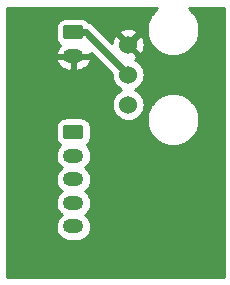
<source format=gbr>
%TF.GenerationSoftware,KiCad,Pcbnew,(6.0.1)*%
%TF.CreationDate,2022-07-01T15:08:56-07:00*%
%TF.ProjectId,mu100-dit,6d753130-302d-4646-9974-2e6b69636164,rev?*%
%TF.SameCoordinates,Original*%
%TF.FileFunction,Copper,L2,Bot*%
%TF.FilePolarity,Positive*%
%FSLAX46Y46*%
G04 Gerber Fmt 4.6, Leading zero omitted, Abs format (unit mm)*
G04 Created by KiCad (PCBNEW (6.0.1)) date 2022-07-01 15:08:56*
%MOMM*%
%LPD*%
G01*
G04 APERTURE LIST*
G04 Aperture macros list*
%AMRoundRect*
0 Rectangle with rounded corners*
0 $1 Rounding radius*
0 $2 $3 $4 $5 $6 $7 $8 $9 X,Y pos of 4 corners*
0 Add a 4 corners polygon primitive as box body*
4,1,4,$2,$3,$4,$5,$6,$7,$8,$9,$2,$3,0*
0 Add four circle primitives for the rounded corners*
1,1,$1+$1,$2,$3*
1,1,$1+$1,$4,$5*
1,1,$1+$1,$6,$7*
1,1,$1+$1,$8,$9*
0 Add four rect primitives between the rounded corners*
20,1,$1+$1,$2,$3,$4,$5,0*
20,1,$1+$1,$4,$5,$6,$7,0*
20,1,$1+$1,$6,$7,$8,$9,0*
20,1,$1+$1,$8,$9,$2,$3,0*%
G04 Aperture macros list end*
%TA.AperFunction,ComponentPad*%
%ADD10C,1.524000*%
%TD*%
%TA.AperFunction,ComponentPad*%
%ADD11RoundRect,0.250000X-0.625000X0.350000X-0.625000X-0.350000X0.625000X-0.350000X0.625000X0.350000X0*%
%TD*%
%TA.AperFunction,ComponentPad*%
%ADD12O,1.750000X1.200000*%
%TD*%
%TA.AperFunction,ViaPad*%
%ADD13C,0.800000*%
%TD*%
%TA.AperFunction,Conductor*%
%ADD14C,0.600000*%
%TD*%
%TA.AperFunction,Conductor*%
%ADD15C,0.254000*%
%TD*%
G04 APERTURE END LIST*
D10*
%TO.P,U1,1,GND*%
%TO.N,GND*%
X52540000Y-97310000D03*
%TO.P,U1,2,VCC*%
%TO.N,+5V*%
X52540000Y-99850000D03*
%TO.P,U1,3,Input*%
%TO.N,/TXP*%
X52540000Y-102390000D03*
%TD*%
D11*
%TO.P,J2,1,Pin_1*%
%TO.N,+5V*%
X47916000Y-96282000D03*
D12*
%TO.P,J2,2,Pin_2*%
%TO.N,GND*%
X47916000Y-98282000D03*
%TD*%
D11*
%TO.P,J1,1,Pin_1*%
%TO.N,/RESET*%
X47916000Y-104712000D03*
D12*
%TO.P,J1,2,Pin_2*%
%TO.N,/MCLK*%
X47916000Y-106712000D03*
%TO.P,J1,3,Pin_3*%
%TO.N,/SDAT*%
X47916000Y-108712000D03*
%TO.P,J1,4,Pin_4*%
%TO.N,/BICK*%
X47916000Y-110712000D03*
%TO.P,J1,5,Pin_5*%
%TO.N,/LRCK*%
X47916000Y-112712000D03*
%TD*%
D13*
%TO.N,GND*%
X55626000Y-107188000D03*
%TD*%
D14*
%TO.N,+5V*%
X48006000Y-96282000D02*
X48972000Y-96282000D01*
X48972000Y-96282000D02*
X52540000Y-99850000D01*
%TD*%
%TO.N,GND*%
D15*
X54947526Y-94294472D02*
X54934206Y-94305259D01*
X54723607Y-94500960D01*
X54711874Y-94513454D01*
X54529783Y-94735926D01*
X54519854Y-94749897D01*
X54369640Y-94995023D01*
X54361700Y-95010213D01*
X54246144Y-95273457D01*
X54240338Y-95289583D01*
X54161577Y-95566075D01*
X54158013Y-95582841D01*
X54117506Y-95867463D01*
X54116251Y-95884556D01*
X54114745Y-96172043D01*
X54115821Y-96189149D01*
X54153346Y-96474180D01*
X54156734Y-96490982D01*
X54232595Y-96768284D01*
X54238232Y-96784471D01*
X54351026Y-97048911D01*
X54358807Y-97064182D01*
X54506445Y-97310867D01*
X54516227Y-97324942D01*
X54695979Y-97549309D01*
X54707580Y-97561925D01*
X54916118Y-97759820D01*
X54929325Y-97770745D01*
X55162791Y-97938508D01*
X55177358Y-97947540D01*
X55431433Y-98082066D01*
X55447091Y-98089038D01*
X55717072Y-98187837D01*
X55733531Y-98192619D01*
X56014422Y-98253863D01*
X56031378Y-98256367D01*
X56256853Y-98274112D01*
X56266739Y-98274500D01*
X56422271Y-98274500D01*
X56430841Y-98274208D01*
X56645395Y-98259581D01*
X56662376Y-98257255D01*
X56943893Y-98198956D01*
X56960402Y-98194347D01*
X57231403Y-98098380D01*
X57247133Y-98091573D01*
X57502602Y-97959716D01*
X57517263Y-97950837D01*
X57752474Y-97785528D01*
X57765794Y-97774741D01*
X57976393Y-97579040D01*
X57988126Y-97566546D01*
X58170217Y-97344074D01*
X58180146Y-97330103D01*
X58330360Y-97084977D01*
X58338300Y-97069787D01*
X58453856Y-96806543D01*
X58459662Y-96790417D01*
X58538423Y-96513925D01*
X58541987Y-96497159D01*
X58582494Y-96212537D01*
X58583749Y-96195444D01*
X58585255Y-95907957D01*
X58584179Y-95890851D01*
X58546654Y-95605820D01*
X58543266Y-95589018D01*
X58467405Y-95311716D01*
X58461768Y-95295529D01*
X58348974Y-95031089D01*
X58341193Y-95015818D01*
X58193555Y-94769133D01*
X58183773Y-94755058D01*
X58004021Y-94530691D01*
X57992420Y-94518075D01*
X57783882Y-94320180D01*
X57770675Y-94309255D01*
X57685430Y-94248000D01*
X60636000Y-94248000D01*
X60636000Y-116964000D01*
X42290000Y-116964000D01*
X42290000Y-112663430D01*
X46402922Y-112663430D01*
X46412702Y-112874725D01*
X46416074Y-112898420D01*
X46465632Y-113104055D01*
X46473424Y-113126685D01*
X46560973Y-113319238D01*
X46572904Y-113339987D01*
X46695284Y-113512511D01*
X46710923Y-113530629D01*
X46863719Y-113676899D01*
X46882502Y-113691733D01*
X47060200Y-113806472D01*
X47081450Y-113817486D01*
X47277639Y-113896552D01*
X47300587Y-113903350D01*
X47508187Y-113943892D01*
X47526183Y-113946078D01*
X47531745Y-113946350D01*
X47537899Y-113946500D01*
X48243846Y-113946500D01*
X48255813Y-113945930D01*
X48413533Y-113930882D01*
X48437035Y-113926357D01*
X48640003Y-113866813D01*
X48662226Y-113857924D01*
X48850272Y-113761074D01*
X48870413Y-113748144D01*
X49036753Y-113617482D01*
X49054085Y-113600976D01*
X49192717Y-113441217D01*
X49206616Y-113421732D01*
X49312537Y-113238641D01*
X49322501Y-113216879D01*
X49391889Y-113017062D01*
X49397557Y-112993809D01*
X49427909Y-112784476D01*
X49429078Y-112760570D01*
X49419298Y-112549275D01*
X49415926Y-112525580D01*
X49366368Y-112319945D01*
X49358576Y-112297315D01*
X49271027Y-112104762D01*
X49259096Y-112084013D01*
X49136716Y-111911489D01*
X49121077Y-111893371D01*
X48968281Y-111747101D01*
X48949498Y-111732267D01*
X48917186Y-111711403D01*
X49036753Y-111617482D01*
X49054085Y-111600976D01*
X49192717Y-111441217D01*
X49206616Y-111421732D01*
X49312537Y-111238641D01*
X49322501Y-111216879D01*
X49391889Y-111017062D01*
X49397557Y-110993809D01*
X49427909Y-110784476D01*
X49429078Y-110760570D01*
X49419298Y-110549275D01*
X49415926Y-110525580D01*
X49366368Y-110319945D01*
X49358576Y-110297315D01*
X49271027Y-110104762D01*
X49259096Y-110084013D01*
X49136716Y-109911489D01*
X49121077Y-109893371D01*
X48968281Y-109747101D01*
X48949498Y-109732267D01*
X48917186Y-109711403D01*
X49036753Y-109617482D01*
X49054085Y-109600976D01*
X49192717Y-109441217D01*
X49206616Y-109421732D01*
X49312537Y-109238641D01*
X49322501Y-109216879D01*
X49391889Y-109017062D01*
X49397557Y-108993809D01*
X49427909Y-108784476D01*
X49429078Y-108760570D01*
X49419298Y-108549275D01*
X49415926Y-108525580D01*
X49366368Y-108319945D01*
X49358576Y-108297315D01*
X49271027Y-108104762D01*
X49259096Y-108084013D01*
X49136716Y-107911489D01*
X49121077Y-107893371D01*
X48968281Y-107747101D01*
X48949498Y-107732267D01*
X48917186Y-107711403D01*
X49036753Y-107617482D01*
X49054085Y-107600976D01*
X49192717Y-107441217D01*
X49206616Y-107421732D01*
X49312537Y-107238641D01*
X49322501Y-107216879D01*
X49391889Y-107017062D01*
X49397557Y-106993809D01*
X49427909Y-106784476D01*
X49429078Y-106760570D01*
X49419298Y-106549275D01*
X49415926Y-106525580D01*
X49366368Y-106319945D01*
X49358576Y-106297315D01*
X49271027Y-106104762D01*
X49259096Y-106084013D01*
X49136716Y-105911489D01*
X49121077Y-105893371D01*
X49025813Y-105802176D01*
X49081651Y-105767622D01*
X49104521Y-105749496D01*
X49229478Y-105624321D01*
X49247565Y-105601419D01*
X49340375Y-105450854D01*
X49352708Y-105424405D01*
X49408390Y-105256528D01*
X49414141Y-105229704D01*
X49424844Y-105125243D01*
X49425500Y-105112400D01*
X49425500Y-104311600D01*
X49424827Y-104298596D01*
X49413853Y-104192830D01*
X49408050Y-104165958D01*
X49352074Y-103998178D01*
X49339694Y-103971751D01*
X49246622Y-103821349D01*
X49228496Y-103798479D01*
X49222049Y-103792043D01*
X54114745Y-103792043D01*
X54115821Y-103809149D01*
X54153346Y-104094180D01*
X54156734Y-104110982D01*
X54232595Y-104388284D01*
X54238232Y-104404471D01*
X54351026Y-104668911D01*
X54358807Y-104684182D01*
X54506445Y-104930867D01*
X54516227Y-104944942D01*
X54695979Y-105169309D01*
X54707580Y-105181925D01*
X54916118Y-105379820D01*
X54929325Y-105390745D01*
X55162791Y-105558508D01*
X55177358Y-105567540D01*
X55431433Y-105702066D01*
X55447091Y-105709038D01*
X55717072Y-105807837D01*
X55733531Y-105812619D01*
X56014422Y-105873863D01*
X56031378Y-105876367D01*
X56256853Y-105894112D01*
X56266739Y-105894500D01*
X56422271Y-105894500D01*
X56430841Y-105894208D01*
X56645395Y-105879581D01*
X56662376Y-105877255D01*
X56943893Y-105818956D01*
X56960402Y-105814347D01*
X57231403Y-105718380D01*
X57247133Y-105711573D01*
X57502602Y-105579716D01*
X57517263Y-105570837D01*
X57752474Y-105405528D01*
X57765794Y-105394741D01*
X57976393Y-105199040D01*
X57988126Y-105186546D01*
X58170217Y-104964074D01*
X58180146Y-104950103D01*
X58330360Y-104704977D01*
X58338300Y-104689787D01*
X58453856Y-104426543D01*
X58459662Y-104410417D01*
X58538423Y-104133925D01*
X58541987Y-104117159D01*
X58582494Y-103832537D01*
X58583749Y-103815444D01*
X58585255Y-103527957D01*
X58584179Y-103510851D01*
X58546654Y-103225820D01*
X58543266Y-103209018D01*
X58467405Y-102931716D01*
X58461768Y-102915529D01*
X58348974Y-102651089D01*
X58341193Y-102635818D01*
X58193555Y-102389133D01*
X58183773Y-102375058D01*
X58004021Y-102150691D01*
X57992420Y-102138075D01*
X57783882Y-101940180D01*
X57770675Y-101929255D01*
X57537209Y-101761492D01*
X57522642Y-101752460D01*
X57268567Y-101617934D01*
X57252909Y-101610962D01*
X56982928Y-101512163D01*
X56966469Y-101507381D01*
X56685578Y-101446137D01*
X56668622Y-101443633D01*
X56443147Y-101425888D01*
X56433261Y-101425500D01*
X56277729Y-101425500D01*
X56269159Y-101425792D01*
X56054605Y-101440419D01*
X56037624Y-101442745D01*
X55756107Y-101501044D01*
X55739598Y-101505653D01*
X55468597Y-101601620D01*
X55452867Y-101608427D01*
X55197398Y-101740284D01*
X55182737Y-101749163D01*
X54947526Y-101914472D01*
X54934206Y-101925259D01*
X54723607Y-102120960D01*
X54711874Y-102133454D01*
X54529783Y-102355926D01*
X54519854Y-102369897D01*
X54369640Y-102615023D01*
X54361700Y-102630213D01*
X54246144Y-102893457D01*
X54240338Y-102909583D01*
X54161577Y-103186075D01*
X54158013Y-103202841D01*
X54117506Y-103487463D01*
X54116251Y-103504556D01*
X54114745Y-103792043D01*
X49222049Y-103792043D01*
X49103321Y-103673522D01*
X49080419Y-103655435D01*
X48929854Y-103562625D01*
X48903405Y-103550292D01*
X48735528Y-103494610D01*
X48708704Y-103488859D01*
X48604243Y-103478156D01*
X48591400Y-103477500D01*
X47240600Y-103477500D01*
X47227596Y-103478173D01*
X47121830Y-103489147D01*
X47094958Y-103494950D01*
X46927178Y-103550926D01*
X46900751Y-103563306D01*
X46750349Y-103656378D01*
X46727479Y-103674504D01*
X46602522Y-103799679D01*
X46584435Y-103822581D01*
X46491625Y-103973146D01*
X46479292Y-103999595D01*
X46423610Y-104167472D01*
X46417859Y-104194296D01*
X46407156Y-104298757D01*
X46406500Y-104311600D01*
X46406500Y-105112400D01*
X46407173Y-105125404D01*
X46418147Y-105231170D01*
X46423950Y-105258042D01*
X46479926Y-105425822D01*
X46492306Y-105452249D01*
X46585378Y-105602651D01*
X46603504Y-105625521D01*
X46728679Y-105750478D01*
X46751581Y-105768565D01*
X46803120Y-105800334D01*
X46795247Y-105806518D01*
X46777915Y-105823024D01*
X46639283Y-105982783D01*
X46625384Y-106002268D01*
X46519463Y-106185359D01*
X46509499Y-106207121D01*
X46440111Y-106406938D01*
X46434443Y-106430191D01*
X46404091Y-106639524D01*
X46402922Y-106663430D01*
X46412702Y-106874725D01*
X46416074Y-106898420D01*
X46465632Y-107104055D01*
X46473424Y-107126685D01*
X46560973Y-107319238D01*
X46572904Y-107339987D01*
X46695284Y-107512511D01*
X46710923Y-107530629D01*
X46863719Y-107676899D01*
X46882502Y-107691733D01*
X46914814Y-107712597D01*
X46795247Y-107806518D01*
X46777915Y-107823024D01*
X46639283Y-107982783D01*
X46625384Y-108002268D01*
X46519463Y-108185359D01*
X46509499Y-108207121D01*
X46440111Y-108406938D01*
X46434443Y-108430191D01*
X46404091Y-108639524D01*
X46402922Y-108663430D01*
X46412702Y-108874725D01*
X46416074Y-108898420D01*
X46465632Y-109104055D01*
X46473424Y-109126685D01*
X46560973Y-109319238D01*
X46572904Y-109339987D01*
X46695284Y-109512511D01*
X46710923Y-109530629D01*
X46863719Y-109676899D01*
X46882502Y-109691733D01*
X46914814Y-109712597D01*
X46795247Y-109806518D01*
X46777915Y-109823024D01*
X46639283Y-109982783D01*
X46625384Y-110002268D01*
X46519463Y-110185359D01*
X46509499Y-110207121D01*
X46440111Y-110406938D01*
X46434443Y-110430191D01*
X46404091Y-110639524D01*
X46402922Y-110663430D01*
X46412702Y-110874725D01*
X46416074Y-110898420D01*
X46465632Y-111104055D01*
X46473424Y-111126685D01*
X46560973Y-111319238D01*
X46572904Y-111339987D01*
X46695284Y-111512511D01*
X46710923Y-111530629D01*
X46863719Y-111676899D01*
X46882502Y-111691733D01*
X46914814Y-111712597D01*
X46795247Y-111806518D01*
X46777915Y-111823024D01*
X46639283Y-111982783D01*
X46625384Y-112002268D01*
X46519463Y-112185359D01*
X46509499Y-112207121D01*
X46440111Y-112406938D01*
X46434443Y-112430191D01*
X46404091Y-112639524D01*
X46402922Y-112663430D01*
X42290000Y-112663430D01*
X42290000Y-98553932D01*
X46437765Y-98553932D01*
X46439990Y-98565521D01*
X46466107Y-98673891D01*
X46473899Y-98696521D01*
X46561408Y-98888988D01*
X46573339Y-98909737D01*
X46695664Y-99082183D01*
X46711303Y-99100301D01*
X46864030Y-99246505D01*
X46882813Y-99261339D01*
X47060431Y-99376026D01*
X47081681Y-99387040D01*
X47277782Y-99466071D01*
X47300730Y-99472869D01*
X47508236Y-99513392D01*
X47526232Y-99515578D01*
X47531794Y-99515850D01*
X47537948Y-99516000D01*
X47662000Y-99516000D01*
X47730121Y-99495998D01*
X47776614Y-99442342D01*
X47788000Y-99390000D01*
X48044000Y-99390000D01*
X48064002Y-99458121D01*
X48117658Y-99504614D01*
X48170000Y-99516000D01*
X48243825Y-99516000D01*
X48255792Y-99515430D01*
X48413438Y-99500389D01*
X48436940Y-99495864D01*
X48639816Y-99436347D01*
X48662039Y-99427458D01*
X48850001Y-99330651D01*
X48870142Y-99317721D01*
X49036407Y-99187118D01*
X49053739Y-99170613D01*
X49192308Y-99010927D01*
X49206207Y-98991441D01*
X49312080Y-98808432D01*
X49322044Y-98786670D01*
X49391401Y-98586943D01*
X49397070Y-98563685D01*
X49398463Y-98554075D01*
X49388440Y-98483790D01*
X49342009Y-98430081D01*
X49273766Y-98410000D01*
X48170000Y-98410000D01*
X48101879Y-98430002D01*
X48055386Y-98483658D01*
X48044000Y-98536000D01*
X48044000Y-99390000D01*
X47788000Y-99390000D01*
X47788000Y-98536000D01*
X47767998Y-98467879D01*
X47714342Y-98421386D01*
X47662000Y-98410000D01*
X46562483Y-98410000D01*
X46494362Y-98430002D01*
X46447869Y-98483658D01*
X46437765Y-98553932D01*
X42290000Y-98553932D01*
X42290000Y-96682400D01*
X46406500Y-96682400D01*
X46407173Y-96695404D01*
X46418147Y-96801170D01*
X46423950Y-96828042D01*
X46479926Y-96995822D01*
X46492306Y-97022249D01*
X46585378Y-97172651D01*
X46603504Y-97195521D01*
X46728679Y-97320478D01*
X46751581Y-97338565D01*
X46803573Y-97370614D01*
X46795593Y-97376882D01*
X46778261Y-97393387D01*
X46639692Y-97553073D01*
X46625793Y-97572559D01*
X46519920Y-97755568D01*
X46509956Y-97777330D01*
X46440599Y-97977057D01*
X46434930Y-98000315D01*
X46433537Y-98009925D01*
X46443560Y-98080210D01*
X46489991Y-98133919D01*
X46558234Y-98154000D01*
X49269517Y-98154000D01*
X49337638Y-98133998D01*
X49384131Y-98080342D01*
X49392255Y-98023837D01*
X51144621Y-99776203D01*
X51139126Y-99839019D01*
X51139126Y-99860981D01*
X51158501Y-100082444D01*
X51162315Y-100104074D01*
X51219853Y-100318807D01*
X51227365Y-100339446D01*
X51321317Y-100540926D01*
X51332299Y-100559947D01*
X51459810Y-100742052D01*
X51473928Y-100758876D01*
X51631124Y-100916072D01*
X51647948Y-100930190D01*
X51830052Y-101057701D01*
X51849073Y-101068683D01*
X51959123Y-101120000D01*
X51849074Y-101171317D01*
X51830053Y-101182299D01*
X51647948Y-101309810D01*
X51631124Y-101323928D01*
X51473928Y-101481124D01*
X51459810Y-101497948D01*
X51332299Y-101680053D01*
X51321317Y-101699074D01*
X51227365Y-101900554D01*
X51219853Y-101921193D01*
X51162315Y-102135926D01*
X51158501Y-102157556D01*
X51139126Y-102379019D01*
X51139126Y-102400981D01*
X51158501Y-102622444D01*
X51162315Y-102644074D01*
X51219853Y-102858807D01*
X51227365Y-102879446D01*
X51321317Y-103080926D01*
X51332299Y-103099947D01*
X51459810Y-103282052D01*
X51473928Y-103298876D01*
X51631124Y-103456072D01*
X51647948Y-103470190D01*
X51830052Y-103597701D01*
X51849073Y-103608683D01*
X52050554Y-103702635D01*
X52071193Y-103710147D01*
X52285926Y-103767685D01*
X52307556Y-103771499D01*
X52529019Y-103790874D01*
X52550981Y-103790874D01*
X52772444Y-103771499D01*
X52794074Y-103767685D01*
X53008807Y-103710147D01*
X53029446Y-103702635D01*
X53230927Y-103608683D01*
X53249948Y-103597701D01*
X53432052Y-103470190D01*
X53448876Y-103456072D01*
X53606072Y-103298876D01*
X53620190Y-103282052D01*
X53747701Y-103099947D01*
X53758683Y-103080926D01*
X53852635Y-102879446D01*
X53860147Y-102858807D01*
X53917685Y-102644074D01*
X53921499Y-102622444D01*
X53940874Y-102400981D01*
X53940874Y-102379019D01*
X53921499Y-102157556D01*
X53917685Y-102135926D01*
X53860147Y-101921193D01*
X53852635Y-101900554D01*
X53758683Y-101699074D01*
X53747701Y-101680053D01*
X53620190Y-101497948D01*
X53606072Y-101481124D01*
X53448876Y-101323928D01*
X53432052Y-101309810D01*
X53249948Y-101182299D01*
X53230927Y-101171317D01*
X53120877Y-101120000D01*
X53230927Y-101068683D01*
X53249948Y-101057701D01*
X53432052Y-100930190D01*
X53448876Y-100916072D01*
X53606072Y-100758876D01*
X53620190Y-100742052D01*
X53747701Y-100559947D01*
X53758683Y-100540926D01*
X53852635Y-100339446D01*
X53860147Y-100318807D01*
X53917685Y-100104074D01*
X53921499Y-100082444D01*
X53940874Y-99860981D01*
X53940874Y-99839019D01*
X53921499Y-99617556D01*
X53917685Y-99595926D01*
X53860147Y-99381193D01*
X53852635Y-99360554D01*
X53758683Y-99159074D01*
X53747701Y-99140053D01*
X53620190Y-98957948D01*
X53606072Y-98941124D01*
X53448876Y-98783928D01*
X53432052Y-98769810D01*
X53249948Y-98642299D01*
X53230927Y-98631317D01*
X53120285Y-98579724D01*
X53230676Y-98528248D01*
X53249696Y-98517266D01*
X53312875Y-98473028D01*
X53357204Y-98417571D01*
X53364513Y-98346952D01*
X53329700Y-98280720D01*
X52332197Y-97283217D01*
X52776089Y-97283217D01*
X52781154Y-97354032D01*
X52810115Y-97399095D01*
X53510720Y-98099700D01*
X53573032Y-98133726D01*
X53643847Y-98128661D01*
X53703029Y-98082874D01*
X53747267Y-98019694D01*
X53758248Y-98000675D01*
X53852163Y-97799275D01*
X53859675Y-97778636D01*
X53917190Y-97563987D01*
X53921004Y-97542358D01*
X53940372Y-97320982D01*
X53940372Y-97299018D01*
X53921004Y-97077642D01*
X53917190Y-97056013D01*
X53859675Y-96841364D01*
X53852163Y-96820725D01*
X53758248Y-96619325D01*
X53747267Y-96600306D01*
X53703029Y-96537126D01*
X53647572Y-96492796D01*
X53576953Y-96485486D01*
X53510720Y-96520300D01*
X52810115Y-97220905D01*
X52776089Y-97283217D01*
X52332197Y-97283217D01*
X51569280Y-96520300D01*
X51506968Y-96486274D01*
X51436153Y-96491339D01*
X51376971Y-96537126D01*
X51332733Y-96600306D01*
X51321752Y-96619325D01*
X51227837Y-96820725D01*
X51220325Y-96841364D01*
X51162810Y-97056013D01*
X51158996Y-97077642D01*
X51153383Y-97141801D01*
X50284629Y-96273047D01*
X51715486Y-96273047D01*
X51750300Y-96339280D01*
X52450905Y-97039885D01*
X52513217Y-97073911D01*
X52584032Y-97068846D01*
X52629095Y-97039885D01*
X53329700Y-96339280D01*
X53363726Y-96276968D01*
X53358661Y-96206153D01*
X53312875Y-96146972D01*
X53249696Y-96102734D01*
X53230676Y-96091752D01*
X53029275Y-95997837D01*
X53008636Y-95990325D01*
X52793987Y-95932810D01*
X52772358Y-95928996D01*
X52550982Y-95909628D01*
X52529018Y-95909628D01*
X52307642Y-95928996D01*
X52286013Y-95932810D01*
X52071364Y-95990325D01*
X52050725Y-95997837D01*
X51849325Y-96091752D01*
X51830306Y-96102733D01*
X51767126Y-96146971D01*
X51722796Y-96202428D01*
X51715486Y-96273047D01*
X50284629Y-96273047D01*
X49639329Y-95627747D01*
X49576252Y-95563335D01*
X49554484Y-95545582D01*
X49518050Y-95522102D01*
X49484165Y-95495052D01*
X49460395Y-95480083D01*
X49430201Y-95465487D01*
X49402018Y-95447324D01*
X49376858Y-95434834D01*
X49336122Y-95420007D01*
X49297089Y-95401138D01*
X49270595Y-95391808D01*
X49241699Y-95385137D01*
X49228496Y-95368479D01*
X49103321Y-95243522D01*
X49080419Y-95225435D01*
X48929854Y-95132625D01*
X48903405Y-95120292D01*
X48735528Y-95064610D01*
X48708704Y-95058859D01*
X48604243Y-95048156D01*
X48591400Y-95047500D01*
X47240600Y-95047500D01*
X47227596Y-95048173D01*
X47121830Y-95059147D01*
X47094958Y-95064950D01*
X46927178Y-95120926D01*
X46900751Y-95133306D01*
X46750349Y-95226378D01*
X46727479Y-95244504D01*
X46602522Y-95369679D01*
X46584435Y-95392581D01*
X46491625Y-95543146D01*
X46479292Y-95569595D01*
X46423610Y-95737472D01*
X46417859Y-95764296D01*
X46407156Y-95868757D01*
X46406500Y-95881600D01*
X46406500Y-96682400D01*
X42290000Y-96682400D01*
X42290000Y-94248000D01*
X55013649Y-94248000D01*
X54947526Y-94294472D02*
X55013649Y-94248000D01*
%TA.AperFunction,Conductor*%
G36*
X54947526Y-94294472D02*
G01*
X54934206Y-94305259D01*
X54723607Y-94500960D01*
X54711874Y-94513454D01*
X54529783Y-94735926D01*
X54519854Y-94749897D01*
X54369640Y-94995023D01*
X54361700Y-95010213D01*
X54246144Y-95273457D01*
X54240338Y-95289583D01*
X54161577Y-95566075D01*
X54158013Y-95582841D01*
X54117506Y-95867463D01*
X54116251Y-95884556D01*
X54114745Y-96172043D01*
X54115821Y-96189149D01*
X54153346Y-96474180D01*
X54156734Y-96490982D01*
X54232595Y-96768284D01*
X54238232Y-96784471D01*
X54351026Y-97048911D01*
X54358807Y-97064182D01*
X54506445Y-97310867D01*
X54516227Y-97324942D01*
X54695979Y-97549309D01*
X54707580Y-97561925D01*
X54916118Y-97759820D01*
X54929325Y-97770745D01*
X55162791Y-97938508D01*
X55177358Y-97947540D01*
X55431433Y-98082066D01*
X55447091Y-98089038D01*
X55717072Y-98187837D01*
X55733531Y-98192619D01*
X56014422Y-98253863D01*
X56031378Y-98256367D01*
X56256853Y-98274112D01*
X56266739Y-98274500D01*
X56422271Y-98274500D01*
X56430841Y-98274208D01*
X56645395Y-98259581D01*
X56662376Y-98257255D01*
X56943893Y-98198956D01*
X56960402Y-98194347D01*
X57231403Y-98098380D01*
X57247133Y-98091573D01*
X57502602Y-97959716D01*
X57517263Y-97950837D01*
X57752474Y-97785528D01*
X57765794Y-97774741D01*
X57976393Y-97579040D01*
X57988126Y-97566546D01*
X58170217Y-97344074D01*
X58180146Y-97330103D01*
X58330360Y-97084977D01*
X58338300Y-97069787D01*
X58453856Y-96806543D01*
X58459662Y-96790417D01*
X58538423Y-96513925D01*
X58541987Y-96497159D01*
X58582494Y-96212537D01*
X58583749Y-96195444D01*
X58585255Y-95907957D01*
X58584179Y-95890851D01*
X58546654Y-95605820D01*
X58543266Y-95589018D01*
X58467405Y-95311716D01*
X58461768Y-95295529D01*
X58348974Y-95031089D01*
X58341193Y-95015818D01*
X58193555Y-94769133D01*
X58183773Y-94755058D01*
X58004021Y-94530691D01*
X57992420Y-94518075D01*
X57783882Y-94320180D01*
X57770675Y-94309255D01*
X57685430Y-94248000D01*
X60636000Y-94248000D01*
X60636000Y-116964000D01*
X42290000Y-116964000D01*
X42290000Y-112663430D01*
X46402922Y-112663430D01*
X46412702Y-112874725D01*
X46416074Y-112898420D01*
X46465632Y-113104055D01*
X46473424Y-113126685D01*
X46560973Y-113319238D01*
X46572904Y-113339987D01*
X46695284Y-113512511D01*
X46710923Y-113530629D01*
X46863719Y-113676899D01*
X46882502Y-113691733D01*
X47060200Y-113806472D01*
X47081450Y-113817486D01*
X47277639Y-113896552D01*
X47300587Y-113903350D01*
X47508187Y-113943892D01*
X47526183Y-113946078D01*
X47531745Y-113946350D01*
X47537899Y-113946500D01*
X48243846Y-113946500D01*
X48255813Y-113945930D01*
X48413533Y-113930882D01*
X48437035Y-113926357D01*
X48640003Y-113866813D01*
X48662226Y-113857924D01*
X48850272Y-113761074D01*
X48870413Y-113748144D01*
X49036753Y-113617482D01*
X49054085Y-113600976D01*
X49192717Y-113441217D01*
X49206616Y-113421732D01*
X49312537Y-113238641D01*
X49322501Y-113216879D01*
X49391889Y-113017062D01*
X49397557Y-112993809D01*
X49427909Y-112784476D01*
X49429078Y-112760570D01*
X49419298Y-112549275D01*
X49415926Y-112525580D01*
X49366368Y-112319945D01*
X49358576Y-112297315D01*
X49271027Y-112104762D01*
X49259096Y-112084013D01*
X49136716Y-111911489D01*
X49121077Y-111893371D01*
X48968281Y-111747101D01*
X48949498Y-111732267D01*
X48917186Y-111711403D01*
X49036753Y-111617482D01*
X49054085Y-111600976D01*
X49192717Y-111441217D01*
X49206616Y-111421732D01*
X49312537Y-111238641D01*
X49322501Y-111216879D01*
X49391889Y-111017062D01*
X49397557Y-110993809D01*
X49427909Y-110784476D01*
X49429078Y-110760570D01*
X49419298Y-110549275D01*
X49415926Y-110525580D01*
X49366368Y-110319945D01*
X49358576Y-110297315D01*
X49271027Y-110104762D01*
X49259096Y-110084013D01*
X49136716Y-109911489D01*
X49121077Y-109893371D01*
X48968281Y-109747101D01*
X48949498Y-109732267D01*
X48917186Y-109711403D01*
X49036753Y-109617482D01*
X49054085Y-109600976D01*
X49192717Y-109441217D01*
X49206616Y-109421732D01*
X49312537Y-109238641D01*
X49322501Y-109216879D01*
X49391889Y-109017062D01*
X49397557Y-108993809D01*
X49427909Y-108784476D01*
X49429078Y-108760570D01*
X49419298Y-108549275D01*
X49415926Y-108525580D01*
X49366368Y-108319945D01*
X49358576Y-108297315D01*
X49271027Y-108104762D01*
X49259096Y-108084013D01*
X49136716Y-107911489D01*
X49121077Y-107893371D01*
X48968281Y-107747101D01*
X48949498Y-107732267D01*
X48917186Y-107711403D01*
X49036753Y-107617482D01*
X49054085Y-107600976D01*
X49192717Y-107441217D01*
X49206616Y-107421732D01*
X49312537Y-107238641D01*
X49322501Y-107216879D01*
X49391889Y-107017062D01*
X49397557Y-106993809D01*
X49427909Y-106784476D01*
X49429078Y-106760570D01*
X49419298Y-106549275D01*
X49415926Y-106525580D01*
X49366368Y-106319945D01*
X49358576Y-106297315D01*
X49271027Y-106104762D01*
X49259096Y-106084013D01*
X49136716Y-105911489D01*
X49121077Y-105893371D01*
X49025813Y-105802176D01*
X49081651Y-105767622D01*
X49104521Y-105749496D01*
X49229478Y-105624321D01*
X49247565Y-105601419D01*
X49340375Y-105450854D01*
X49352708Y-105424405D01*
X49408390Y-105256528D01*
X49414141Y-105229704D01*
X49424844Y-105125243D01*
X49425500Y-105112400D01*
X49425500Y-104311600D01*
X49424827Y-104298596D01*
X49413853Y-104192830D01*
X49408050Y-104165958D01*
X49352074Y-103998178D01*
X49339694Y-103971751D01*
X49246622Y-103821349D01*
X49228496Y-103798479D01*
X49222049Y-103792043D01*
X54114745Y-103792043D01*
X54115821Y-103809149D01*
X54153346Y-104094180D01*
X54156734Y-104110982D01*
X54232595Y-104388284D01*
X54238232Y-104404471D01*
X54351026Y-104668911D01*
X54358807Y-104684182D01*
X54506445Y-104930867D01*
X54516227Y-104944942D01*
X54695979Y-105169309D01*
X54707580Y-105181925D01*
X54916118Y-105379820D01*
X54929325Y-105390745D01*
X55162791Y-105558508D01*
X55177358Y-105567540D01*
X55431433Y-105702066D01*
X55447091Y-105709038D01*
X55717072Y-105807837D01*
X55733531Y-105812619D01*
X56014422Y-105873863D01*
X56031378Y-105876367D01*
X56256853Y-105894112D01*
X56266739Y-105894500D01*
X56422271Y-105894500D01*
X56430841Y-105894208D01*
X56645395Y-105879581D01*
X56662376Y-105877255D01*
X56943893Y-105818956D01*
X56960402Y-105814347D01*
X57231403Y-105718380D01*
X57247133Y-105711573D01*
X57502602Y-105579716D01*
X57517263Y-105570837D01*
X57752474Y-105405528D01*
X57765794Y-105394741D01*
X57976393Y-105199040D01*
X57988126Y-105186546D01*
X58170217Y-104964074D01*
X58180146Y-104950103D01*
X58330360Y-104704977D01*
X58338300Y-104689787D01*
X58453856Y-104426543D01*
X58459662Y-104410417D01*
X58538423Y-104133925D01*
X58541987Y-104117159D01*
X58582494Y-103832537D01*
X58583749Y-103815444D01*
X58585255Y-103527957D01*
X58584179Y-103510851D01*
X58546654Y-103225820D01*
X58543266Y-103209018D01*
X58467405Y-102931716D01*
X58461768Y-102915529D01*
X58348974Y-102651089D01*
X58341193Y-102635818D01*
X58193555Y-102389133D01*
X58183773Y-102375058D01*
X58004021Y-102150691D01*
X57992420Y-102138075D01*
X57783882Y-101940180D01*
X57770675Y-101929255D01*
X57537209Y-101761492D01*
X57522642Y-101752460D01*
X57268567Y-101617934D01*
X57252909Y-101610962D01*
X56982928Y-101512163D01*
X56966469Y-101507381D01*
X56685578Y-101446137D01*
X56668622Y-101443633D01*
X56443147Y-101425888D01*
X56433261Y-101425500D01*
X56277729Y-101425500D01*
X56269159Y-101425792D01*
X56054605Y-101440419D01*
X56037624Y-101442745D01*
X55756107Y-101501044D01*
X55739598Y-101505653D01*
X55468597Y-101601620D01*
X55452867Y-101608427D01*
X55197398Y-101740284D01*
X55182737Y-101749163D01*
X54947526Y-101914472D01*
X54934206Y-101925259D01*
X54723607Y-102120960D01*
X54711874Y-102133454D01*
X54529783Y-102355926D01*
X54519854Y-102369897D01*
X54369640Y-102615023D01*
X54361700Y-102630213D01*
X54246144Y-102893457D01*
X54240338Y-102909583D01*
X54161577Y-103186075D01*
X54158013Y-103202841D01*
X54117506Y-103487463D01*
X54116251Y-103504556D01*
X54114745Y-103792043D01*
X49222049Y-103792043D01*
X49103321Y-103673522D01*
X49080419Y-103655435D01*
X48929854Y-103562625D01*
X48903405Y-103550292D01*
X48735528Y-103494610D01*
X48708704Y-103488859D01*
X48604243Y-103478156D01*
X48591400Y-103477500D01*
X47240600Y-103477500D01*
X47227596Y-103478173D01*
X47121830Y-103489147D01*
X47094958Y-103494950D01*
X46927178Y-103550926D01*
X46900751Y-103563306D01*
X46750349Y-103656378D01*
X46727479Y-103674504D01*
X46602522Y-103799679D01*
X46584435Y-103822581D01*
X46491625Y-103973146D01*
X46479292Y-103999595D01*
X46423610Y-104167472D01*
X46417859Y-104194296D01*
X46407156Y-104298757D01*
X46406500Y-104311600D01*
X46406500Y-105112400D01*
X46407173Y-105125404D01*
X46418147Y-105231170D01*
X46423950Y-105258042D01*
X46479926Y-105425822D01*
X46492306Y-105452249D01*
X46585378Y-105602651D01*
X46603504Y-105625521D01*
X46728679Y-105750478D01*
X46751581Y-105768565D01*
X46803120Y-105800334D01*
X46795247Y-105806518D01*
X46777915Y-105823024D01*
X46639283Y-105982783D01*
X46625384Y-106002268D01*
X46519463Y-106185359D01*
X46509499Y-106207121D01*
X46440111Y-106406938D01*
X46434443Y-106430191D01*
X46404091Y-106639524D01*
X46402922Y-106663430D01*
X46412702Y-106874725D01*
X46416074Y-106898420D01*
X46465632Y-107104055D01*
X46473424Y-107126685D01*
X46560973Y-107319238D01*
X46572904Y-107339987D01*
X46695284Y-107512511D01*
X46710923Y-107530629D01*
X46863719Y-107676899D01*
X46882502Y-107691733D01*
X46914814Y-107712597D01*
X46795247Y-107806518D01*
X46777915Y-107823024D01*
X46639283Y-107982783D01*
X46625384Y-108002268D01*
X46519463Y-108185359D01*
X46509499Y-108207121D01*
X46440111Y-108406938D01*
X46434443Y-108430191D01*
X46404091Y-108639524D01*
X46402922Y-108663430D01*
X46412702Y-108874725D01*
X46416074Y-108898420D01*
X46465632Y-109104055D01*
X46473424Y-109126685D01*
X46560973Y-109319238D01*
X46572904Y-109339987D01*
X46695284Y-109512511D01*
X46710923Y-109530629D01*
X46863719Y-109676899D01*
X46882502Y-109691733D01*
X46914814Y-109712597D01*
X46795247Y-109806518D01*
X46777915Y-109823024D01*
X46639283Y-109982783D01*
X46625384Y-110002268D01*
X46519463Y-110185359D01*
X46509499Y-110207121D01*
X46440111Y-110406938D01*
X46434443Y-110430191D01*
X46404091Y-110639524D01*
X46402922Y-110663430D01*
X46412702Y-110874725D01*
X46416074Y-110898420D01*
X46465632Y-111104055D01*
X46473424Y-111126685D01*
X46560973Y-111319238D01*
X46572904Y-111339987D01*
X46695284Y-111512511D01*
X46710923Y-111530629D01*
X46863719Y-111676899D01*
X46882502Y-111691733D01*
X46914814Y-111712597D01*
X46795247Y-111806518D01*
X46777915Y-111823024D01*
X46639283Y-111982783D01*
X46625384Y-112002268D01*
X46519463Y-112185359D01*
X46509499Y-112207121D01*
X46440111Y-112406938D01*
X46434443Y-112430191D01*
X46404091Y-112639524D01*
X46402922Y-112663430D01*
X42290000Y-112663430D01*
X42290000Y-98553932D01*
X46437765Y-98553932D01*
X46439990Y-98565521D01*
X46466107Y-98673891D01*
X46473899Y-98696521D01*
X46561408Y-98888988D01*
X46573339Y-98909737D01*
X46695664Y-99082183D01*
X46711303Y-99100301D01*
X46864030Y-99246505D01*
X46882813Y-99261339D01*
X47060431Y-99376026D01*
X47081681Y-99387040D01*
X47277782Y-99466071D01*
X47300730Y-99472869D01*
X47508236Y-99513392D01*
X47526232Y-99515578D01*
X47531794Y-99515850D01*
X47537948Y-99516000D01*
X47662000Y-99516000D01*
X47730121Y-99495998D01*
X47776614Y-99442342D01*
X47788000Y-99390000D01*
X48044000Y-99390000D01*
X48064002Y-99458121D01*
X48117658Y-99504614D01*
X48170000Y-99516000D01*
X48243825Y-99516000D01*
X48255792Y-99515430D01*
X48413438Y-99500389D01*
X48436940Y-99495864D01*
X48639816Y-99436347D01*
X48662039Y-99427458D01*
X48850001Y-99330651D01*
X48870142Y-99317721D01*
X49036407Y-99187118D01*
X49053739Y-99170613D01*
X49192308Y-99010927D01*
X49206207Y-98991441D01*
X49312080Y-98808432D01*
X49322044Y-98786670D01*
X49391401Y-98586943D01*
X49397070Y-98563685D01*
X49398463Y-98554075D01*
X49388440Y-98483790D01*
X49342009Y-98430081D01*
X49273766Y-98410000D01*
X48170000Y-98410000D01*
X48101879Y-98430002D01*
X48055386Y-98483658D01*
X48044000Y-98536000D01*
X48044000Y-99390000D01*
X47788000Y-99390000D01*
X47788000Y-98536000D01*
X47767998Y-98467879D01*
X47714342Y-98421386D01*
X47662000Y-98410000D01*
X46562483Y-98410000D01*
X46494362Y-98430002D01*
X46447869Y-98483658D01*
X46437765Y-98553932D01*
X42290000Y-98553932D01*
X42290000Y-96682400D01*
X46406500Y-96682400D01*
X46407173Y-96695404D01*
X46418147Y-96801170D01*
X46423950Y-96828042D01*
X46479926Y-96995822D01*
X46492306Y-97022249D01*
X46585378Y-97172651D01*
X46603504Y-97195521D01*
X46728679Y-97320478D01*
X46751581Y-97338565D01*
X46803573Y-97370614D01*
X46795593Y-97376882D01*
X46778261Y-97393387D01*
X46639692Y-97553073D01*
X46625793Y-97572559D01*
X46519920Y-97755568D01*
X46509956Y-97777330D01*
X46440599Y-97977057D01*
X46434930Y-98000315D01*
X46433537Y-98009925D01*
X46443560Y-98080210D01*
X46489991Y-98133919D01*
X46558234Y-98154000D01*
X49269517Y-98154000D01*
X49337638Y-98133998D01*
X49384131Y-98080342D01*
X49392255Y-98023837D01*
X51144621Y-99776203D01*
X51139126Y-99839019D01*
X51139126Y-99860981D01*
X51158501Y-100082444D01*
X51162315Y-100104074D01*
X51219853Y-100318807D01*
X51227365Y-100339446D01*
X51321317Y-100540926D01*
X51332299Y-100559947D01*
X51459810Y-100742052D01*
X51473928Y-100758876D01*
X51631124Y-100916072D01*
X51647948Y-100930190D01*
X51830052Y-101057701D01*
X51849073Y-101068683D01*
X51959123Y-101120000D01*
X51849074Y-101171317D01*
X51830053Y-101182299D01*
X51647948Y-101309810D01*
X51631124Y-101323928D01*
X51473928Y-101481124D01*
X51459810Y-101497948D01*
X51332299Y-101680053D01*
X51321317Y-101699074D01*
X51227365Y-101900554D01*
X51219853Y-101921193D01*
X51162315Y-102135926D01*
X51158501Y-102157556D01*
X51139126Y-102379019D01*
X51139126Y-102400981D01*
X51158501Y-102622444D01*
X51162315Y-102644074D01*
X51219853Y-102858807D01*
X51227365Y-102879446D01*
X51321317Y-103080926D01*
X51332299Y-103099947D01*
X51459810Y-103282052D01*
X51473928Y-103298876D01*
X51631124Y-103456072D01*
X51647948Y-103470190D01*
X51830052Y-103597701D01*
X51849073Y-103608683D01*
X52050554Y-103702635D01*
X52071193Y-103710147D01*
X52285926Y-103767685D01*
X52307556Y-103771499D01*
X52529019Y-103790874D01*
X52550981Y-103790874D01*
X52772444Y-103771499D01*
X52794074Y-103767685D01*
X53008807Y-103710147D01*
X53029446Y-103702635D01*
X53230927Y-103608683D01*
X53249948Y-103597701D01*
X53432052Y-103470190D01*
X53448876Y-103456072D01*
X53606072Y-103298876D01*
X53620190Y-103282052D01*
X53747701Y-103099947D01*
X53758683Y-103080926D01*
X53852635Y-102879446D01*
X53860147Y-102858807D01*
X53917685Y-102644074D01*
X53921499Y-102622444D01*
X53940874Y-102400981D01*
X53940874Y-102379019D01*
X53921499Y-102157556D01*
X53917685Y-102135926D01*
X53860147Y-101921193D01*
X53852635Y-101900554D01*
X53758683Y-101699074D01*
X53747701Y-101680053D01*
X53620190Y-101497948D01*
X53606072Y-101481124D01*
X53448876Y-101323928D01*
X53432052Y-101309810D01*
X53249948Y-101182299D01*
X53230927Y-101171317D01*
X53120877Y-101120000D01*
X53230927Y-101068683D01*
X53249948Y-101057701D01*
X53432052Y-100930190D01*
X53448876Y-100916072D01*
X53606072Y-100758876D01*
X53620190Y-100742052D01*
X53747701Y-100559947D01*
X53758683Y-100540926D01*
X53852635Y-100339446D01*
X53860147Y-100318807D01*
X53917685Y-100104074D01*
X53921499Y-100082444D01*
X53940874Y-99860981D01*
X53940874Y-99839019D01*
X53921499Y-99617556D01*
X53917685Y-99595926D01*
X53860147Y-99381193D01*
X53852635Y-99360554D01*
X53758683Y-99159074D01*
X53747701Y-99140053D01*
X53620190Y-98957948D01*
X53606072Y-98941124D01*
X53448876Y-98783928D01*
X53432052Y-98769810D01*
X53249948Y-98642299D01*
X53230927Y-98631317D01*
X53120285Y-98579724D01*
X53230676Y-98528248D01*
X53249696Y-98517266D01*
X53312875Y-98473028D01*
X53357204Y-98417571D01*
X53364513Y-98346952D01*
X53329700Y-98280720D01*
X52332197Y-97283217D01*
X52776089Y-97283217D01*
X52781154Y-97354032D01*
X52810115Y-97399095D01*
X53510720Y-98099700D01*
X53573032Y-98133726D01*
X53643847Y-98128661D01*
X53703029Y-98082874D01*
X53747267Y-98019694D01*
X53758248Y-98000675D01*
X53852163Y-97799275D01*
X53859675Y-97778636D01*
X53917190Y-97563987D01*
X53921004Y-97542358D01*
X53940372Y-97320982D01*
X53940372Y-97299018D01*
X53921004Y-97077642D01*
X53917190Y-97056013D01*
X53859675Y-96841364D01*
X53852163Y-96820725D01*
X53758248Y-96619325D01*
X53747267Y-96600306D01*
X53703029Y-96537126D01*
X53647572Y-96492796D01*
X53576953Y-96485486D01*
X53510720Y-96520300D01*
X52810115Y-97220905D01*
X52776089Y-97283217D01*
X52332197Y-97283217D01*
X51569280Y-96520300D01*
X51506968Y-96486274D01*
X51436153Y-96491339D01*
X51376971Y-96537126D01*
X51332733Y-96600306D01*
X51321752Y-96619325D01*
X51227837Y-96820725D01*
X51220325Y-96841364D01*
X51162810Y-97056013D01*
X51158996Y-97077642D01*
X51153383Y-97141801D01*
X50284629Y-96273047D01*
X51715486Y-96273047D01*
X51750300Y-96339280D01*
X52450905Y-97039885D01*
X52513217Y-97073911D01*
X52584032Y-97068846D01*
X52629095Y-97039885D01*
X53329700Y-96339280D01*
X53363726Y-96276968D01*
X53358661Y-96206153D01*
X53312875Y-96146972D01*
X53249696Y-96102734D01*
X53230676Y-96091752D01*
X53029275Y-95997837D01*
X53008636Y-95990325D01*
X52793987Y-95932810D01*
X52772358Y-95928996D01*
X52550982Y-95909628D01*
X52529018Y-95909628D01*
X52307642Y-95928996D01*
X52286013Y-95932810D01*
X52071364Y-95990325D01*
X52050725Y-95997837D01*
X51849325Y-96091752D01*
X51830306Y-96102733D01*
X51767126Y-96146971D01*
X51722796Y-96202428D01*
X51715486Y-96273047D01*
X50284629Y-96273047D01*
X49639329Y-95627747D01*
X49576252Y-95563335D01*
X49554484Y-95545582D01*
X49518050Y-95522102D01*
X49484165Y-95495052D01*
X49460395Y-95480083D01*
X49430201Y-95465487D01*
X49402018Y-95447324D01*
X49376858Y-95434834D01*
X49336122Y-95420007D01*
X49297089Y-95401138D01*
X49270595Y-95391808D01*
X49241699Y-95385137D01*
X49228496Y-95368479D01*
X49103321Y-95243522D01*
X49080419Y-95225435D01*
X48929854Y-95132625D01*
X48903405Y-95120292D01*
X48735528Y-95064610D01*
X48708704Y-95058859D01*
X48604243Y-95048156D01*
X48591400Y-95047500D01*
X47240600Y-95047500D01*
X47227596Y-95048173D01*
X47121830Y-95059147D01*
X47094958Y-95064950D01*
X46927178Y-95120926D01*
X46900751Y-95133306D01*
X46750349Y-95226378D01*
X46727479Y-95244504D01*
X46602522Y-95369679D01*
X46584435Y-95392581D01*
X46491625Y-95543146D01*
X46479292Y-95569595D01*
X46423610Y-95737472D01*
X46417859Y-95764296D01*
X46407156Y-95868757D01*
X46406500Y-95881600D01*
X46406500Y-96682400D01*
X42290000Y-96682400D01*
X42290000Y-94248000D01*
X55013649Y-94248000D01*
X54947526Y-94294472D01*
G37*
%TD.AperFunction*%
%TD*%
M02*

</source>
